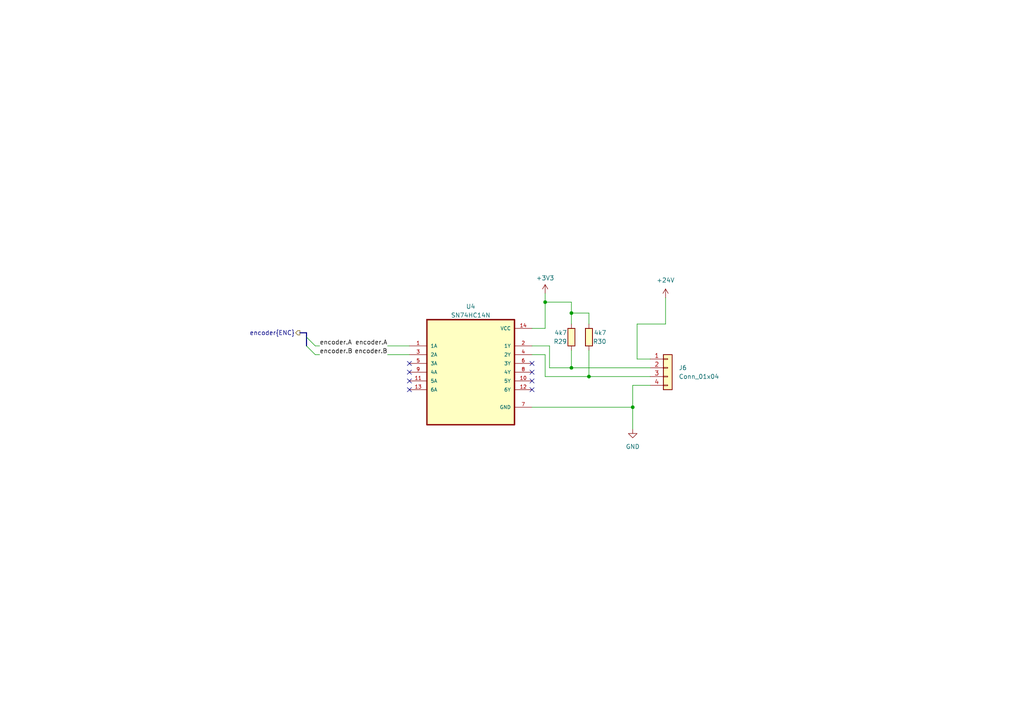
<source format=kicad_sch>
(kicad_sch (version 20230121) (generator eeschema)
  (paper "A4")
  (lib_symbols
    (symbol "74HC14:SN74HC14N" (pin_names (offset 1.016))
      (property "Reference" "U" (at -12.7 16.24 0))
      (property "Value" "SN74HC14N" (at -12.7 -19.24 0))
      (symbol "SN74HC14N_0_0"
        (rectangle (start -12.7 -15.24) (end 12.7 15.24) (stroke (width 0.41)) (fill (type background)))
        (pin input line (at -17.78 7.62 0) (length 5.08) (name "1A") (number "1"))
        (pin output line (at 17.78 -2.54 180) (length 5.08) (name "5Y") (number "10"))
        (pin input line (at -17.78 -2.54 0) (length 5.08) (name "5A") (number "11"))
        (pin output line (at 17.78 -5.08 180) (length 5.08) (name "6Y") (number "12"))
        (pin input line (at -17.78 -5.08 0) (length 5.08) (name "6A") (number "13"))
        (pin power_in line (at 17.78 12.7 180) (length 5.08) (name "VCC") (number "14"))
        (pin output line (at 17.78 7.62 180) (length 5.08) (name "1Y") (number "2"))
        (pin input line (at -17.78 5.08 0) (length 5.08) (name "2A") (number "3"))
        (pin output line (at 17.78 5.08 180) (length 5.08) (name "2Y") (number "4"))
        (pin input line (at -17.78 2.54 0) (length 5.08) (name "3A") (number "5"))
        (pin output line (at 17.78 2.54 180) (length 5.08) (name "3Y") (number "6"))
        (pin power_in line (at 17.78 -10.16 180) (length 5.08) (name "GND") (number "7"))
        (pin output line (at 17.78 0 180) (length 5.08) (name "4Y") (number "8"))
        (pin input line (at -17.78 0 0) (length 5.08) (name "4A") (number "9"))
      )
    )
    (symbol "IVS_SYMBOLS:Conn_01x04" (pin_names (offset 1.016) hide)
      (property "Reference" "J" (at 0 5.08 0))
      (property "Value" "Conn_01x04" (at 0 -7.62 0))
      (symbol "Conn_01x04_1_1"
        (rectangle (start -1.27 -4.953) (end 0 -5.207) (stroke (width 0.1524)))
        (rectangle (start -1.27 -2.413) (end 0 -2.667) (stroke (width 0.1524)))
        (rectangle (start -1.27 0.127) (end 0 -0.127) (stroke (width 0.1524)))
        (rectangle (start -1.27 2.667) (end 0 2.413) (stroke (width 0.1524)))
        (rectangle (start -1.27 3.81) (end 1.27 -6.35) (stroke (width 0.254)) (fill (type background)))
        (pin passive line (at -5.08 2.54 0) (length 3.81) (name "Pin_1") (number "1"))
        (pin passive line (at -5.08 0 0) (length 3.81) (name "Pin_2") (number "2"))
        (pin passive line (at -5.08 -2.54 0) (length 3.81) (name "Pin_3") (number "3"))
        (pin passive line (at -5.08 -5.08 0) (length 3.81) (name "Pin_4") (number "4"))
      )
    )
    (symbol "IVS_SYMBOLS:R" (pin_numbers hide) (pin_names (offset 0))
      (property "Reference" "R" (at 2.032 0 90))
      (property "Value" "R" (at 0 0 90))
      (symbol "R_1_1"
        (rectangle (start -1.016 2.54) (end 1.016 -2.54) (stroke (width 0.254)) (fill (type background)))
        (pin passive line (at 0 3.81 270) (length 1.27) (name "~") (number "1"))
        (pin passive line (at 0 -3.81 90) (length 1.27) (name "~") (number "2"))
      )
    )
    (symbol "power:+24V" (power) (pin_names (offset 0))
      (property "Value" "+24V" (at 0 3.556 0))
      (symbol "+24V_0_1"
        (polyline (pts (xy -0.762 1.27) (xy 0 2.54)))
        (polyline (pts (xy 0 0) (xy 0 2.54)))
        (polyline (pts (xy 0 2.54) (xy 0.762 1.27)))
      )
      (symbol "+24V_1_1"
        (pin power_in line (at 0 0 90) (length 0) hide (name "+24V") (number "1"))
      )
    )
    (symbol "power:+3V3" (power) (pin_names (offset 0))
      (property "Value" "+3V3" (at 0 3.556 0))
      (symbol "+3V3_0_1"
        (polyline (pts (xy -0.762 1.27) (xy 0 2.54)))
        (polyline (pts (xy 0 0) (xy 0 2.54)))
        (polyline (pts (xy 0 2.54) (xy 0.762 1.27)))
      )
      (symbol "+3V3_1_1"
        (pin power_in line (at 0 0 90) (length 0) hide (name "+3V3") (number "1"))
      )
    )
    (symbol "power:GND" (power) (pin_names (offset 0))
      (property "Value" "GND" (at 0 -3.81 0))
      (symbol "GND_0_1"
        (polyline (pts (xy 0 0) (xy 0 -1.27) (xy 1.27 -1.27) (xy 0 -2.54) (xy -1.27 -1.27) (xy 0 -1.27)))
      )
      (symbol "GND_1_1"
        (pin power_in line (at 0 0 270) (length 0) hide (name "GND") (number "1"))
      )
    )
  )
  (junction (at 158.115 87.63))
  (junction (at 183.515 118.11))
  (junction (at 165.735 90.805))
  (junction (at 165.735 106.68))
  (junction (at 170.815 109.22))
  (no_connect (at 118.745 107.95))
  (no_connect (at 154.305 107.95))
  (no_connect (at 154.305 110.49))
  (no_connect (at 154.305 105.41))
  (no_connect (at 118.745 110.49))
  (no_connect (at 118.745 105.41))
  (no_connect (at 154.305 113.03))
  (no_connect (at 118.745 113.03))
  (bus_entry (at 91.44 100.33) (size -2.54 -2.54))
  (bus_entry (at 91.44 102.87) (size -2.54 -2.54))
  (wire (pts (xy 165.735 87.63) (xy 165.735 90.805)))
  (bus (pts (xy 88.9 96.52) (xy 86.995 96.52)))
  (wire (pts (xy 170.815 101.6) (xy 170.815 109.22)))
  (wire (pts (xy 154.305 95.25) (xy 158.115 95.25)))
  (wire (pts (xy 159.385 100.33) (xy 159.385 106.68)))
  (wire (pts (xy 159.385 106.68) (xy 165.735 106.68)))
  (wire (pts (xy 158.115 102.87) (xy 158.115 109.22)))
  (wire (pts (xy 112.395 100.33) (xy 118.745 100.33)))
  (wire (pts (xy 184.785 104.14) (xy 188.595 104.14)))
  (wire (pts (xy 170.815 109.22) (xy 188.595 109.22)))
  (wire (pts (xy 183.515 118.11) (xy 183.515 124.46)))
  (wire (pts (xy 154.305 118.11) (xy 183.515 118.11)))
  (wire (pts (xy 92.71 102.87) (xy 91.44 102.87)))
  (wire (pts (xy 158.115 85.09) (xy 158.115 87.63)))
  (wire (pts (xy 165.735 101.6) (xy 165.735 106.68)))
  (wire (pts (xy 188.595 111.76) (xy 183.515 111.76)))
  (wire (pts (xy 184.785 93.98) (xy 184.785 104.14)))
  (wire (pts (xy 158.115 87.63) (xy 158.115 95.25)))
  (bus (pts (xy 88.9 96.52) (xy 88.9 97.79)))
  (wire (pts (xy 184.785 93.98) (xy 193.04 93.98)))
  (wire (pts (xy 170.815 90.805) (xy 165.735 90.805)))
  (wire (pts (xy 158.115 109.22) (xy 170.815 109.22)))
  (wire (pts (xy 92.71 100.33) (xy 91.44 100.33)))
  (wire (pts (xy 183.515 111.76) (xy 183.515 118.11)))
  (wire (pts (xy 154.305 102.87) (xy 158.115 102.87)))
  (bus (pts (xy 88.9 97.79) (xy 88.9 100.33)))
  (wire (pts (xy 112.395 102.87) (xy 118.745 102.87)))
  (wire (pts (xy 158.115 87.63) (xy 165.735 87.63)))
  (wire (pts (xy 193.04 86.36) (xy 193.04 93.98)))
  (wire (pts (xy 165.735 90.805) (xy 165.735 93.98)))
  (wire (pts (xy 170.815 93.98) (xy 170.815 90.805)))
  (wire (pts (xy 154.305 100.33) (xy 159.385 100.33)))
  (wire (pts (xy 165.735 106.68) (xy 188.595 106.68)))
  (label "encoder.B" (at 92.71 102.87 0))
  (label "encoder.A" (at 92.71 100.33 0))
  (label "encoder.B" (at 112.395 102.87 180))
  (label "encoder.A" (at 112.395 100.33 180))
  (hierarchical_label "encoder{ENC}" (shape output) (at 86.995 96.52 180))
  (symbol (lib_id "74HC14:SN74HC14N") (at 136.525 107.95 0) (unit 1)
    (property "Reference" "U4" (at 136.525 88.9 0))
    (property "Value" "SN74HC14N" (at 136.525 91.44 0))
    (property "Footprint" "74HC14:DIP794W45P254L1930H508Q14" (effects hide))
    (instances (project "KingPump" (path "" (reference "U4") (unit 1))) (project "MayLuuDong" (path "" (reference "U10") (unit 1))))
  )
  (symbol (lib_id "power:+24V") (at 193.04 86.36 0) (unit 1)
    (property "Reference" "#PWR040" (effects hide))
    (property "Value" "+24V" (at 193.04 81.28 0))
  )
  (symbol (lib_id "IVS_SYMBOLS:R") (at 165.735 97.79 180) (unit 1)
    (property "Reference" "R29" (at 164.465 99.06 0) (effects (justify left)))
    (property "Value" "4k7" (at 164.465 96.52 0) (effects (justify left)))
    (property "Footprint" "IVS_FOOTPRINTS:R_0603" (effects hide))
    (instances (project "KingPump" (path "" (reference "R29") (unit 1))) (project "MayLuuDong" (path "" (reference "R45") (unit 1)) (path "" (reference "R47") (unit 1))))
  )
  (symbol (lib_id "IVS_SYMBOLS:Conn_01x04") (at 193.675 106.68 0) (unit 1)
    (property "Reference" "J6" (at 196.85 106.68 0) (effects (justify left)))
    (property "Value" "Conn_01x04" (at 196.85 109.22 0) (effects (justify left)))
    (property "Footprint" "IVS_FOOTPRINTS:Conn_XH-P2.54mm-4P" (effects hide))
  )
  (symbol (lib_id "power:+3V3") (at 158.115 85.09 0) (unit 1)
    (property "Reference" "#PWR021" (effects hide))
    (property "Value" "+3V3" (at 158.115 80.645 0))
  )
  (symbol (lib_id "power:GND") (at 183.515 124.46 0) (unit 1)
    (property "Reference" "#PWR023" (effects hide))
    (property "Value" "GND" (at 183.515 129.54 0))
    (instances (project "KingPump" (path "" (reference "#PWR023") (unit 1))) (project "MayLuuDong" (path "" (reference "#PWR021") (unit 1))))
  )
  (symbol (lib_id "IVS_SYMBOLS:R") (at 170.815 97.79 180) (unit 1)
    (property "Reference" "R30" (at 175.895 99.06 0) (effects (justify left)))
    (property "Value" "4k7" (at 175.895 96.52 0) (effects (justify left)))
    (property "Footprint" "IVS_FOOTPRINTS:R_0603" (effects hide))
    (instances (project "KingPump" (path "" (reference "R30") (unit 1))) (project "MayLuuDong" (path "" (reference "R44") (unit 1)) (path "" (reference "R48") (unit 1))))
  )
)
</source>
